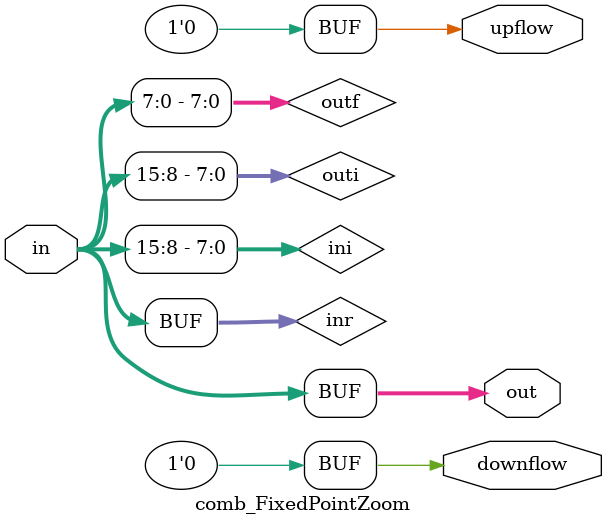
<source format=sv>
module comb_FixedPointZoom #(
    parameter WII  = 8,
    parameter WIF  = 8,
    parameter WOI  = 8,
    parameter WOF  = 8,
    parameter bit ROOF = 1,
    parameter bit ROUND= 1
)(
    input  logic [WII+WIF-1:0] in,
    output logic [WOI+WOF-1:0] out,
    output logic upflow, downflow
);

logic [WII+WOF-1:0] inr;
logic [WII-1:0] ini;
logic [WOI-1:0] outi;
logic [WOF-1:0] outf;

generate if(WOF<WIF)
    always @ (*) begin
        inr = in[WII+WIF-1:WIF-WOF];
        if(ROUND & in[WIF-WOF-1]) inr++;
    end
else
    always @ (*) begin
        inr[WII+WOF-1:WOF-WIF] = in;
        if(WOF>WIF) inr[WOF-WIF-1:0] = '0;
    end
endgenerate

generate if(WOI<WII) begin
    always @ (*) begin
        {ini, outf} = inr;
        {upflow, downflow} = '0;
        outi = ini[WOI-1:0];
        if         ( ~ini[WII-1] & |ini[WII-2:WOI-1] ) begin
            upflow = 1;
            if(ROOF) begin
                outi[WOI-1] = 1'b0;
                for(int i=0;i<WOI-1;i++) outi[i] = 1'b1;
                outf = '1;
            end
        end else if(  ini[WII-1] & ~(&ini[WII-2:WOI-1]) ) begin
            downflow = 1;
            if(ROOF) begin
                outi[WOI-1] = 1'b1;
                for(int i=0;i<WOI-1;i++) outi[i] = 1'b0;
                outf = '0;
            end
        end
    end
end else begin
    always @ (*) begin
        {ini, outf} = inr;
        {upflow, downflow} = '0;
        outi[WII-1:0] = ini;
        for(int ii=WII; ii<WOI; ii++) outi[ii] = ini[WII-1];
    end
end endgenerate

assign out = {outi, outf};

endmodule

</source>
